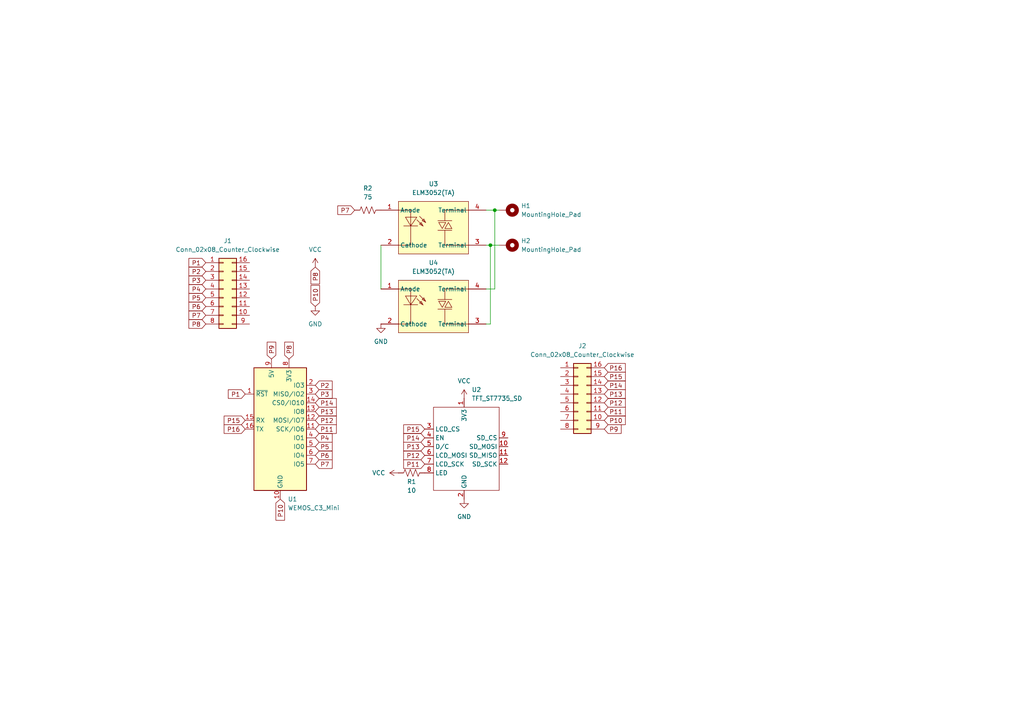
<source format=kicad_sch>
(kicad_sch (version 20231120) (generator "eeschema") (generator_version "8.0")
  (paper "A4")
  (lib_symbols
    (symbol "Mechanical:MountingHole_Pad" (pin_numbers hide) (pin_names (offset 1.016) hide) (exclude_from_sim yes) (in_bom no)
      (property "Reference" "H" (at 0 6.35 0))
      (property "Value" "MountingHole_Pad" (at 0 4.445 0))
      (symbol "MountingHole_Pad_0_1"
        (circle (center 0 1.27) (radius 1.27) (stroke (width 1.27)))
      )
      (symbol "MountingHole_Pad_1_1"
        (pin input line (at 0 -2.54 90) (length 2.54) (name "1") (number "1"))
      )
    )
    (symbol "asylum-weather:Conn_02x08_Counter_Clockwise" (pin_names (offset 1.016) hide)
      (property "Reference" "J" (at 1.27 10.16 0))
      (property "Value" "Conn_02x08_Counter_Clockwise" (at 1.27 -12.7 0))
      (symbol "Conn_02x08_Counter_Clockwise_1_1"
        (rectangle (start -1.27 -10.033) (end 0 -10.287) (stroke (width 0.1524)))
        (rectangle (start -1.27 -7.493) (end 0 -7.747) (stroke (width 0.1524)))
        (rectangle (start -1.27 -4.953) (end 0 -5.207) (stroke (width 0.1524)))
        (rectangle (start -1.27 -2.413) (end 0 -2.667) (stroke (width 0.1524)))
        (rectangle (start -1.27 0.127) (end 0 -0.127) (stroke (width 0.1524)))
        (rectangle (start -1.27 2.667) (end 0 2.413) (stroke (width 0.1524)))
        (rectangle (start -1.27 5.207) (end 0 4.953) (stroke (width 0.1524)))
        (rectangle (start -1.27 7.747) (end 0 7.493) (stroke (width 0.1524)))
        (rectangle (start -1.27 8.89) (end 3.81 -11.43) (stroke (width 0.254)) (fill (type background)))
        (rectangle (start 3.81 -10.033) (end 2.54 -10.287) (stroke (width 0.1524)))
        (rectangle (start 3.81 -7.493) (end 2.54 -7.747) (stroke (width 0.1524)))
        (rectangle (start 3.81 -4.953) (end 2.54 -5.207) (stroke (width 0.1524)))
        (rectangle (start 3.81 -2.413) (end 2.54 -2.667) (stroke (width 0.1524)))
        (rectangle (start 3.81 0.127) (end 2.54 -0.127) (stroke (width 0.1524)))
        (rectangle (start 3.81 2.667) (end 2.54 2.413) (stroke (width 0.1524)))
        (rectangle (start 3.81 5.207) (end 2.54 4.953) (stroke (width 0.1524)))
        (rectangle (start 3.81 7.747) (end 2.54 7.493) (stroke (width 0.1524)))
        (pin passive line (at -5.08 7.62 0) (length 3.81) (name "Pin_1") (number "1"))
        (pin passive line (at 7.62 -7.62 180) (length 3.81) (name "Pin_10") (number "10"))
        (pin passive line (at 7.62 -5.08 180) (length 3.81) (name "Pin_11") (number "11"))
        (pin passive line (at 7.62 -2.54 180) (length 3.81) (name "Pin_12") (number "12"))
        (pin passive line (at 7.62 0 180) (length 3.81) (name "Pin_13") (number "13"))
        (pin passive line (at 7.62 2.54 180) (length 3.81) (name "Pin_14") (number "14"))
        (pin passive line (at 7.62 5.08 180) (length 3.81) (name "Pin_15") (number "15"))
        (pin passive line (at 7.62 7.62 180) (length 3.81) (name "Pin_16") (number "16"))
        (pin passive line (at -5.08 5.08 0) (length 3.81) (name "Pin_2") (number "2"))
        (pin passive line (at -5.08 2.54 0) (length 3.81) (name "Pin_3") (number "3"))
        (pin passive line (at -5.08 0 0) (length 3.81) (name "Pin_4") (number "4"))
        (pin passive line (at -5.08 -2.54 0) (length 3.81) (name "Pin_5") (number "5"))
        (pin passive line (at -5.08 -5.08 0) (length 3.81) (name "Pin_6") (number "6"))
        (pin passive line (at -5.08 -7.62 0) (length 3.81) (name "Pin_7") (number "7"))
        (pin passive line (at -5.08 -10.16 0) (length 3.81) (name "Pin_8") (number "8"))
        (pin passive line (at 7.62 -10.16 180) (length 3.81) (name "Pin_9") (number "9"))
      )
    )
    (symbol "asylum-weather:ELM3052(TA)"
      (property "Reference" "U" (at 0 10.16 0))
      (property "Value" "ELM3052(TA)" (at 0 -10.16 0))
      (symbol "ELM3052(TA)_0_1"
        (rectangle (start -10.16 7.62) (end 10.16 -7.62) (fill (type background)))
        (polyline (pts (xy -4.83 2.29) (xy -3.05 0.51)))
        (polyline (pts (xy -4.57 0.51) (xy -8.64 0.51)))
        (polyline (pts (xy -4.06 3.3) (xy -2.29 1.52)))
        (polyline (pts (xy 1.27 -0.76) (xy 5.33 -0.76)))
        (polyline (pts (xy 1.27 2.03) (xy 5.33 2.03)))
        (polyline (pts (xy 3.3 -0.76) (xy 3.3 -5.08) (xy 10.16 -5.08)))
        (polyline (pts (xy 10.16 5.08) (xy 3.3 5.08) (xy 3.3 2.03)))
        (polyline (pts (xy -10.16 5.08) (xy -6.6 5.08) (xy -6.6 -5.08) (xy -10.16 -5.08)))
        (polyline (pts (xy -8.13 3.05) (xy -6.6 0.51) (xy -4.83 3.05) (xy -8.13 3.05)) (fill (type background)))
        (polyline (pts (xy -3.05 0.51) (xy -3.56 1.52) (xy -4.06 1.02) (xy -3.05 0.51)) (fill (type background)))
        (polyline (pts (xy -2.29 1.52) (xy -2.79 2.54) (xy -3.3 2.03) (xy -2.29 1.52)) (fill (type background)))
        (polyline (pts (xy 1.52 1.52) (xy 2.54 -0.25) (xy 3.56 1.52) (xy 1.52 1.52)) (fill (type background)))
        (polyline (pts (xy 5.33 -0.25) (xy 4.32 1.52) (xy 3.3 -0.25) (xy 5.33 -0.25)) (fill (type background)))
        (pin unspecified line (at -15.24 5.08 0) (length 5.08) (name "Anode") (number "1"))
        (pin unspecified line (at -15.24 -5.08 0) (length 5.08) (name "Cathode") (number "2"))
        (pin unspecified line (at 15.24 -5.08 180) (length 5.08) (name "Terminal") (number "3"))
        (pin unspecified line (at 15.24 5.08 180) (length 5.08) (name "Terminal") (number "4"))
      )
    )
    (symbol "asylum-weather:GND" (power) (pin_numbers hide) (pin_names (offset 0) hide)
      (property "Value" "GND" (at 0 -3.81 0))
      (symbol "GND_0_1"
        (polyline (pts (xy 0 0) (xy 0 -1.27) (xy 1.27 -1.27) (xy 0 -2.54) (xy -1.27 -1.27) (xy 0 -1.27)))
      )
      (symbol "GND_1_1"
        (pin power_in line (at 0 0 270) (length 0) (name "~") (number "1"))
      )
    )
    (symbol "asylum-weather:R_US" (pin_numbers hide) (pin_names (offset 0))
      (property "Reference" "R" (at 2.54 0 90))
      (property "Value" "R_US" (at -2.54 0 90))
      (symbol "R_US_0_1"
        (polyline (pts (xy 0 -2.286) (xy 0 -2.54)))
        (polyline (pts (xy 0 2.286) (xy 0 2.54)))
        (polyline (pts (xy 0 -0.762) (xy 1.016 -1.143) (xy 0 -1.524) (xy -1.016 -1.905) (xy 0 -2.286)))
        (polyline (pts (xy 0 0.762) (xy 1.016 0.381) (xy 0 0) (xy -1.016 -0.381) (xy 0 -0.762)))
        (polyline (pts (xy 0 2.286) (xy 1.016 1.905) (xy 0 1.524) (xy -1.016 1.143) (xy 0 0.762)))
      )
      (symbol "R_US_1_1"
        (pin passive line (at 0 3.81 270) (length 1.27) (name "~") (number "1"))
        (pin passive line (at 0 -3.81 90) (length 1.27) (name "~") (number "2"))
      )
    )
    (symbol "asylum-weather:TFT_ST7735_SD"
      (property "Reference" "U" (at 6.858 -15.748 0))
      (property "Value" "TFT_ST7735_SD" (at 13.462 -18.288 0))
      (symbol "TFT_ST7735_SD_0_1"
        (rectangle (start -5.08 10.16) (end 13.97 -13.97))
      )
      (symbol "TFT_ST7735_SD_1_1"
        (pin power_in line (at 3.81 12.7 270) (length 2.54) (name "3V3") (number "1"))
        (pin input line (at 16.51 -1.27 180) (length 2.54) (name "SD_MOSI") (number "10"))
        (pin output line (at 16.51 -3.81 180) (length 2.54) (name "SD_MISO") (number "11"))
        (pin input line (at 16.51 -6.35 180) (length 2.54) (name "SD_SCK") (number "12"))
        (pin power_in line (at 3.81 -16.51 90) (length 2.54) (name "GND") (number "2"))
        (pin input line (at -7.62 3.81 0) (length 2.54) (name "LCD_CS") (number "3"))
        (pin input line (at -7.62 1.27 0) (length 2.54) (name "EN") (number "4"))
        (pin input line (at -7.62 -1.27 0) (length 2.54) (name "D/C") (number "5"))
        (pin input line (at -7.62 -3.81 0) (length 2.54) (name "LCD_MOSI") (number "6"))
        (pin input line (at -7.62 -6.35 0) (length 2.54) (name "LCD_SCK") (number "7"))
        (pin power_in line (at -7.62 -8.89 0) (length 2.54) (name "LED") (number "8"))
        (pin input line (at 16.51 1.27 180) (length 2.54) (name "SD_CS") (number "9"))
      )
    )
    (symbol "asylum-weather:VCC" (power) (pin_numbers hide) (pin_names (offset 0) hide)
      (property "Value" "VCC" (at 0 3.556 0))
      (symbol "VCC_0_1"
        (polyline (pts (xy -0.762 1.27) (xy 0 2.54)))
        (polyline (pts (xy 0 0) (xy 0 2.54)))
        (polyline (pts (xy 0 2.54) (xy 0.762 1.27)))
      )
      (symbol "VCC_1_1"
        (pin power_in line (at 0 0 90) (length 0) (name "~") (number "1"))
      )
    )
    (symbol "asylum-weather:WEMOS_C3_mini"
      (property "Reference" "U1" (at 2.1941 -20.32 0))
      (property "Value" "WEMOS_C3_Mini" (at 2.1941 -22.86 0))
      (symbol "WEMOS_C3_mini_1_1"
        (rectangle (start -7.62 17.78) (end 7.62 -17.78) (stroke (width 0.254)) (fill (type background)))
        (pin input line (at -10.16 10.16 0) (length 2.54) (name "~{RST}") (number "1"))
        (pin power_in line (at 0 -20.32 90) (length 2.54) (name "GND") (number "10"))
        (pin bidirectional line (at 10.16 0 180) (length 2.54) (name "SCK/IO6") (number "11"))
        (pin bidirectional line (at 10.16 2.54 180) (length 2.54) (name "MOSI/IO7") (number "12"))
        (pin bidirectional line (at 10.16 5.08 180) (length 2.54) (name "IO8") (number "13"))
        (pin bidirectional line (at 10.16 7.62 180) (length 2.54) (name "CS0/IO10") (number "14"))
        (pin input line (at -10.16 2.54 0) (length 2.54) (name "RX") (number "15"))
        (pin output line (at -10.16 0 0) (length 2.54) (name "TX") (number "16"))
        (pin input line (at 10.16 12.7 180) (length 2.54) (name "IO3") (number "2"))
        (pin bidirectional line (at 10.16 10.16 180) (length 2.54) (name "MISO/IO2") (number "3"))
        (pin bidirectional line (at 10.16 -2.54 180) (length 2.54) (name "IO1") (number "4"))
        (pin bidirectional line (at 10.16 -5.08 180) (length 2.54) (name "IO0") (number "5"))
        (pin bidirectional line (at 10.16 -7.62 180) (length 2.54) (name "IO4") (number "6"))
        (pin bidirectional line (at 10.16 -10.16 180) (length 2.54) (name "IO5") (number "7"))
        (pin power_out line (at 2.54 20.32 270) (length 2.54) (name "3V3") (number "8"))
        (pin power_in line (at -2.54 20.32 270) (length 2.54) (name "5V") (number "9"))
      )
    )
  )
  (junction (at 143.51 60.96))
  (junction (at 142.24 71.12))
  (wire (pts (xy 140.97 60.96) (xy 143.51 60.96)))
  (wire (pts (xy 144.78 60.96) (xy 143.51 60.96)))
  (wire (pts (xy 140.97 71.12) (xy 142.24 71.12)))
  (wire (pts (xy 140.97 83.82) (xy 143.51 83.82)))
  (wire (pts (xy 142.24 71.12) (xy 144.78 71.12)))
  (wire (pts (xy 142.24 71.12) (xy 142.24 93.98)))
  (wire (pts (xy 142.24 93.98) (xy 140.97 93.98)))
  (wire (pts (xy 143.51 60.96) (xy 143.51 83.82)))
  (wire (pts (xy 110.49 71.12) (xy 110.49 83.82)))
  (global_label "P8" (shape input) (at 83.82 104.14 90) (property "Intersheetrefs" "${INTERSHEET_REFS}" (effects (hide yes))))
  (global_label "P14" (shape input) (at 91.44 116.84 0) (property "Intersheetrefs" "${INTERSHEET_REFS}" (effects (hide yes))))
  (global_label "P10" (shape input) (at 175.26 121.92 0) (property "Intersheetrefs" "${INTERSHEET_REFS}" (effects (hide yes))))
  (global_label "P1" (shape input) (at 71.12 114.3 180) (property "Intersheetrefs" "${INTERSHEET_REFS}" (effects (hide yes))))
  (global_label "P9" (shape input) (at 175.26 124.46 0) (property "Intersheetrefs" "${INTERSHEET_REFS}" (effects (hide yes))))
  (global_label "P4" (shape input) (at 91.44 127 0) (property "Intersheetrefs" "${INTERSHEET_REFS}" (effects (hide yes))))
  (global_label "P7" (shape input) (at 59.69 91.44 180) (property "Intersheetrefs" "${INTERSHEET_REFS}" (effects (hide yes))))
  (global_label "P4" (shape input) (at 59.69 83.82 180) (property "Intersheetrefs" "${INTERSHEET_REFS}" (effects (hide yes))))
  (global_label "P8" (shape input) (at 91.44 77.47 270) (property "Intersheetrefs" "${INTERSHEET_REFS}" (effects (hide yes))))
  (global_label "P12" (shape input) (at 175.26 116.84 0) (property "Intersheetrefs" "${INTERSHEET_REFS}" (effects (hide yes))))
  (global_label "P3" (shape input) (at 91.44 114.3 0) (property "Intersheetrefs" "${INTERSHEET_REFS}" (effects (hide yes))))
  (global_label "P12" (shape input) (at 123.19 132.08 180) (property "Intersheetrefs" "${INTERSHEET_REFS}" (effects (hide yes))))
  (global_label "P16" (shape input) (at 175.26 106.68 0) (property "Intersheetrefs" "${INTERSHEET_REFS}" (effects (hide yes))))
  (global_label "P2" (shape input) (at 59.69 78.74 180) (property "Intersheetrefs" "${INTERSHEET_REFS}" (effects (hide yes))))
  (global_label "P14" (shape input) (at 123.19 127 180) (property "Intersheetrefs" "${INTERSHEET_REFS}" (effects (hide yes))))
  (global_label "P6" (shape input) (at 91.44 132.08 0) (property "Intersheetrefs" "${INTERSHEET_REFS}" (effects (hide yes))))
  (global_label "P8" (shape input) (at 59.69 93.98 180) (property "Intersheetrefs" "${INTERSHEET_REFS}" (effects (hide yes))))
  (global_label "P9" (shape input) (at 78.74 104.14 90) (property "Intersheetrefs" "${INTERSHEET_REFS}" (effects (hide yes))))
  (global_label "P7" (shape input) (at 91.44 134.62 0) (property "Intersheetrefs" "${INTERSHEET_REFS}" (effects (hide yes))))
  (global_label "P15" (shape input) (at 71.12 121.92 180) (property "Intersheetrefs" "${INTERSHEET_REFS}" (effects (hide yes))))
  (global_label "P1" (shape input) (at 59.69 76.2 180) (property "Intersheetrefs" "${INTERSHEET_REFS}" (effects (hide yes))))
  (global_label "P13" (shape input) (at 175.26 114.3 0) (property "Intersheetrefs" "${INTERSHEET_REFS}" (effects (hide yes))))
  (global_label "P5" (shape input) (at 59.69 86.36 180) (property "Intersheetrefs" "${INTERSHEET_REFS}" (effects (hide yes))))
  (global_label "P11" (shape input) (at 91.44 124.46 0) (property "Intersheetrefs" "${INTERSHEET_REFS}" (effects (hide yes))))
  (global_label "P10" (shape input) (at 91.44 88.9 90) (property "Intersheetrefs" "${INTERSHEET_REFS}" (effects (hide yes))))
  (global_label "P6" (shape input) (at 59.69 88.9 180) (property "Intersheetrefs" "${INTERSHEET_REFS}" (effects (hide yes))))
  (global_label "P12" (shape input) (at 91.44 121.92 0) (property "Intersheetrefs" "${INTERSHEET_REFS}" (effects (hide yes))))
  (global_label "P11" (shape input) (at 123.19 134.62 180) (property "Intersheetrefs" "${INTERSHEET_REFS}" (effects (hide yes))))
  (global_label "P10" (shape input) (at 81.28 144.78 270) (property "Intersheetrefs" "${INTERSHEET_REFS}" (effects (hide yes))))
  (global_label "P14" (shape input) (at 175.26 111.76 0) (property "Intersheetrefs" "${INTERSHEET_REFS}" (effects (hide yes))))
  (global_label "P13" (shape input) (at 91.44 119.38 0) (property "Intersheetrefs" "${INTERSHEET_REFS}" (effects (hide yes))))
  (global_label "P11" (shape input) (at 175.26 119.38 0) (property "Intersheetrefs" "${INTERSHEET_REFS}" (effects (hide yes))))
  (global_label "P15" (shape input) (at 123.19 124.46 180) (property "Intersheetrefs" "${INTERSHEET_REFS}" (effects (hide yes))))
  (global_label "P3" (shape input) (at 59.69 81.28 180) (property "Intersheetrefs" "${INTERSHEET_REFS}" (effects (hide yes))))
  (global_label "P7" (shape input) (at 102.87 60.96 180) (property "Intersheetrefs" "${INTERSHEET_REFS}" (effects (hide yes))))
  (global_label "P5" (shape input) (at 91.44 129.54 0) (property "Intersheetrefs" "${INTERSHEET_REFS}" (effects (hide yes))))
  (global_label "P13" (shape input) (at 123.19 129.54 180) (property "Intersheetrefs" "${INTERSHEET_REFS}" (effects (hide yes))))
  (global_label "P16" (shape input) (at 71.12 124.46 180) (property "Intersheetrefs" "${INTERSHEET_REFS}" (effects (hide yes))))
  (global_label "P15" (shape input) (at 175.26 109.22 0) (property "Intersheetrefs" "${INTERSHEET_REFS}" (effects (hide yes))))
  (global_label "P2" (shape input) (at 91.44 111.76 0) (property "Intersheetrefs" "${INTERSHEET_REFS}" (effects (hide yes))))
  (symbol (lib_id "asylum-weather:VCC") (at 115.57 137.16 90) (unit 1)
    (property "Reference" "#PWR04" (effects (hide yes)))
    (property "Value" "VCC" (at 111.76 137.1599 90) (effects (justify left)))
    (property "Description" "Power symbol creates a global label with name \"VCC\"" (effects (hide yes)))
  )
  (symbol (lib_id "Mechanical:MountingHole_Pad") (at 147.32 60.96 270) (unit 1) (exclude_from_sim yes) (in_bom no)
    (property "Reference" "H1" (at 151.13 59.6899 90) (effects (justify left)))
    (property "Value" "MountingHole_Pad" (at 151.13 62.2299 90) (effects (justify left)))
    (property "Footprint" "MountingHole:MountingHole_3.2mm_M3_Pad_TopBottom" (effects (hide yes)))
    (property "Description" "Mounting Hole with connection" (effects (hide yes)))
  )
  (symbol (lib_id "asylum-weather:GND") (at 91.44 88.9 0) (unit 1)
    (property "Reference" "#PWR01" (effects (hide yes)))
    (property "Value" "GND" (at 91.44 93.98 0))
    (property "Description" "Power symbol creates a global label with name \"GND\" , ground" (effects (hide yes)))
  )
  (symbol (lib_id "asylum-weather:TFT_ST7735_SD") (at 130.81 128.27 0) (unit 1)
    (property "Reference" "U2" (at 136.8141 113.03 0) (effects (justify left)))
    (property "Value" "TFT_ST7735_SD" (at 136.8141 115.57 0) (effects (justify left)))
    (property "Footprint" "weather:TFT_ST7735_SD" (effects (hide yes)))
  )
  (symbol (lib_id "Mechanical:MountingHole_Pad") (at 147.32 71.12 270) (unit 1) (exclude_from_sim yes) (in_bom no)
    (property "Reference" "H2" (at 151.13 69.8499 90) (effects (justify left)))
    (property "Value" "MountingHole_Pad" (at 151.13 72.3899 90) (effects (justify left)))
    (property "Footprint" "MountingHole:MountingHole_3.2mm_M3_Pad_TopBottom" (effects (hide yes)))
    (property "Description" "Mounting Hole with connection" (effects (hide yes)))
  )
  (symbol (lib_id "asylum-weather:WEMOS_C3_mini") (at 81.28 124.46 0) (unit 1)
    (property "Reference" "U1" (at 83.4741 144.78 0) (effects (justify left)))
    (property "Value" "WEMOS_C3_Mini" (at 83.4741 147.32 0) (effects (justify left)))
    (property "Footprint" "weather:WEMOS_C3" (effects (hide yes)))
    (property "Datasheet" "https://wiki.wemos.cc/products:d1:d1_mini#documentation" (effects (hide yes)))
    (property "Description" "32-bit microcontroller module with WiFi" (effects (hide yes)))
  )
  (symbol (lib_id "asylum-weather:R_US") (at 106.68 60.96 90) (unit 1)
    (property "Reference" "R2" (at 106.68 54.61 90))
    (property "Value" "75" (at 106.68 57.15 90))
    (property "Footprint" "Resistor_SMD:R_0603_1608Metric" (effects (hide yes)))
    (property "Description" "Resistor, US symbol" (effects (hide yes)))
  )
  (symbol (lib_id "asylum-weather:GND") (at 110.49 93.98 0) (unit 1)
    (property "Reference" "#PWR06" (effects (hide yes)))
    (property "Value" "GND" (at 110.49 99.06 0))
    (property "Description" "Power symbol creates a global label with name \"GND\" , ground" (effects (hide yes)))
  )
  (symbol (lib_id "asylum-weather:ELM3052(TA)") (at 125.73 66.04 0) (unit 1)
    (property "Reference" "U3" (at 125.73 53.34 0))
    (property "Value" "ELM3052(TA)" (at 125.73 55.88 0))
    (property "Footprint" "easyeda:SOP-4_L4.4-W4.0-P2.54-LS7.0-TL" (effects (hide yes)))
    (property "LCSC Part" "C142300" (effects (hide yes)))
  )
  (symbol (lib_id "asylum-weather:GND") (at 134.62 144.78 0) (unit 1)
    (property "Reference" "#PWR05" (effects (hide yes)))
    (property "Value" "GND" (at 134.62 149.86 0))
    (property "Description" "Power symbol creates a global label with name \"GND\" , ground" (effects (hide yes)))
  )
  (symbol (lib_id "asylum-weather:VCC") (at 134.62 115.57 0) (unit 1)
    (property "Reference" "#PWR03" (effects (hide yes)))
    (property "Value" "VCC" (at 134.62 110.49 0))
    (property "Description" "Power symbol creates a global label with name \"VCC\"" (effects (hide yes)))
  )
  (symbol (lib_id "asylum-weather:Conn_02x08_Counter_Clockwise") (at 167.64 114.3 0) (unit 1)
    (property "Reference" "J2" (at 168.91 100.33 0))
    (property "Value" "Conn_02x08_Counter_Clockwise" (at 168.91 102.87 0))
    (property "Footprint" "easyeda:HDR-SMD_16P-P2.54-V-F-R2-C8-LS7.1" (effects (hide yes)))
    (property "Description" "Generic connector, double row, 02x08, counter clockwise pin numbering scheme (similar to DIP package numbering), script generated (kicad-library-utils/schlib/autogen/connector/)" (effects (hide yes)))
  )
  (symbol (lib_id "asylum-weather:VCC") (at 91.44 77.47 0) (unit 1)
    (property "Reference" "#PWR02" (effects (hide yes)))
    (property "Value" "VCC" (at 91.44 72.39 0))
    (property "Description" "Power symbol creates a global label with name \"VCC\"" (effects (hide yes)))
  )
  (symbol (lib_id "asylum-weather:Conn_02x08_Counter_Clockwise") (at 64.77 83.82 0) (unit 1)
    (property "Reference" "J1" (at 66.04 69.85 0))
    (property "Value" "Conn_02x08_Counter_Clockwise" (at 66.04 72.39 0))
    (property "Footprint" "easyeda:HDR-SMD_16P-P2.54-V-F-R2-C8-LS7.1" (effects (hide yes)))
    (property "Description" "Generic connector, double row, 02x08, counter clockwise pin numbering scheme (similar to DIP package numbering), script generated (kicad-library-utils/schlib/autogen/connector/)" (effects (hide yes)))
  )
  (symbol (lib_id "asylum-weather:R_US") (at 119.38 137.16 90) (unit 1)
    (property "Reference" "R1" (at 119.38 139.7 90))
    (property "Value" "10" (at 119.38 142.24 90))
    (property "Footprint" "Resistor_SMD:R_1206_3216Metric" (effects (hide yes)))
    (property "Description" "Resistor, US symbol" (effects (hide yes)))
  )
  (symbol (lib_id "asylum-weather:ELM3052(TA)") (at 125.73 88.9 0) (unit 1)
    (property "Reference" "U4" (at 125.73 76.2 0))
    (property "Value" "ELM3052(TA)" (at 125.73 78.74 0))
    (property "Footprint" "easyeda:SOP-4_L4.4-W4.0-P2.54-LS7.0-TL" (effects (hide yes)))
    (property "LCSC Part" "C142300" (effects (hide yes)))
  )
)
</source>
